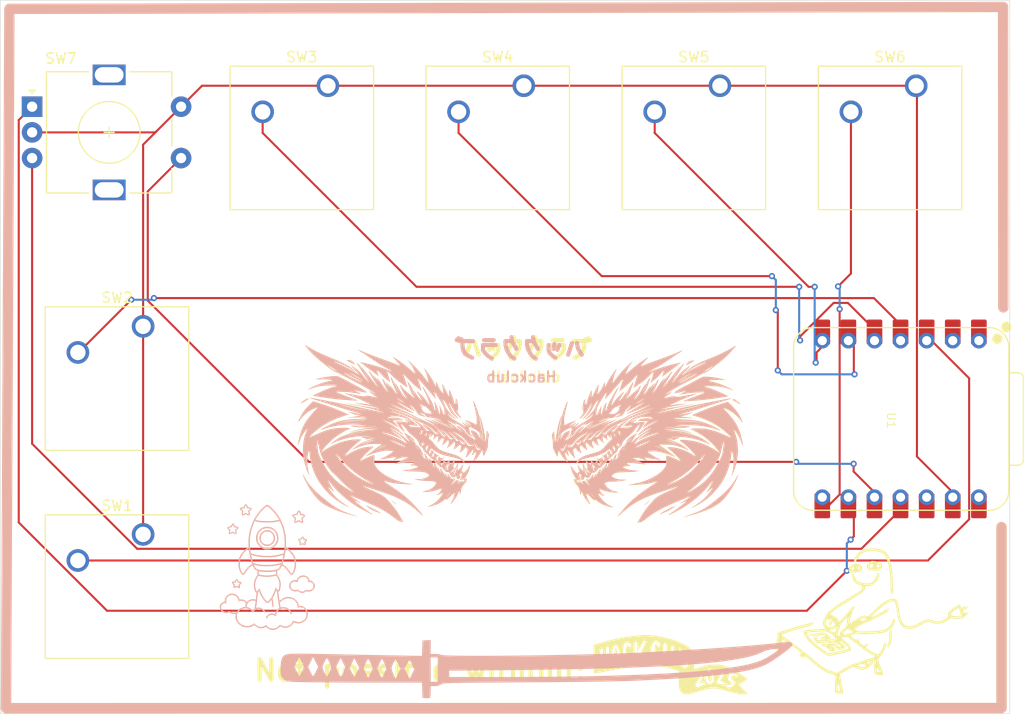
<source format=kicad_pcb>
(kicad_pcb (version 20241229) (generator "pcbnew") (generator_version "9.0")
  (layers (0 "F.Cu" signal) (2 "B.Cu" signal) (13 "F.Paste" user) (15 "B.Paste" user) (5 "F.SilkS" user "F.Silkscreen") (7 "B.SilkS" user "B.Silkscreen") (1 "F.Mask" user) (3 "B.Mask" user) (25 "Edge.Cuts" user))
  (net 0 "")
  (net 1 "Net-(U1-GPIO28{slash}ADC2{slash}A2)")
  (net 2 "GND")
  (net 3 "Net-(U1-GPIO29{slash}ADC3{slash}A3)")
  (net 4 "Net-(U1-GPIO6{slash}SDA)")
  (net 5 "Net-(U1-GPIO7{slash}SCL)")
  (net 6 "Net-(U1-GPIO0{slash}TX)")
  (net 7 "Net-(U1-GPIO1{slash}RX)")
  (net 8 "Net-(U1-GPIO2{slash}SCK)")
  (net 9 "Net-(U1-GPIO4{slash}MISO)")
  (net 10 "Net-(U1-GPIO3{slash}MOSI)")
  (footprint "LOGO" (layer "F.Cu") (at 144.86 88.89)
    (property "Reference" "G***" (hide yes))
    (property "Value" "LOGO" (hide yes))
  )
  (footprint "Button_Switch_Keyboard:SW_Cherry_MX_1.00u_PCB" (layer "F.Cu") (at 195.75 55.02)
    (property "Reference" "SW6" (at -2.54 -2.794 0) (layer "F.SilkS"))
    (property "Value" "SW_Push")
    (pad "" np_thru_hole circle (at -7.62 5.08) (size 1.7 1.7) (drill 1.7) (layers "*.Cu" "*.Mask"))
    (pad "" np_thru_hole circle (at -2.54 5.08) (size 4 4) (drill 4) (layers "*.Cu" "*.Mask"))
    (pad "" np_thru_hole circle (at 2.54 5.08) (size 1.7 1.7) (drill 1.7) (layers "*.Cu" "*.Mask"))
    (pad "1" thru_hole circle (at 0 0) (size 2.2 2.2) (drill 1.5) (layers "*.Cu" "*.Mask") (net 2 "GND"))
    (pad "2" thru_hole circle (at -6.35 2.54) (size 2.2 2.2) (drill 1.5) (layers "*.Cu" "*.Mask") (net 7 "Net-(U1-GPIO1{slash}RX)"))
  )
  (footprint "Button_Switch_Keyboard:SW_Cherry_MX_1.00u_PCB" (layer "F.Cu") (at 120.505 98.69)
    (property "Reference" "SW1" (at -2.54 -2.794 0) (layer "F.SilkS"))
    (property "Value" "SW_Push")
    (pad "" np_thru_hole circle (at -7.62 5.08) (size 1.7 1.7) (drill 1.7) (layers "*.Cu" "*.Mask"))
    (pad "" np_thru_hole circle (at -2.54 5.08) (size 4 4) (drill 4) (layers "*.Cu" "*.Mask"))
    (pad "" np_thru_hole circle (at 2.54 5.08) (size 1.7 1.7) (drill 1.7) (layers "*.Cu" "*.Mask"))
    (pad "1" thru_hole circle (at 0 0) (size 2.2 2.2) (drill 1.5) (layers "*.Cu" "*.Mask") (net 2 "GND"))
    (pad "2" thru_hole circle (at -6.35 2.54) (size 2.2 2.2) (drill 1.5) (layers "*.Cu" "*.Mask") (net 1 "Net-(U1-GPIO28{slash}ADC2{slash}A2)"))
  )
  (footprint "Rotary_Encoder:RotaryEncoder_Alps_EC11E-Switch_Vertical_H20mm" (layer "F.Cu") (at 109.7 57.06)
    (property "Reference" "SW7" (at 2.8 -4.7 0) (layer "F.SilkS"))
    (property "Value" "RotaryEncoder_Switch")
    (pad "A" thru_hole rect (at 0 0) (size 2 2) (drill 1) (layers "*.Cu" "*.Mask") (net 8 "Net-(U1-GPIO2{slash}SCK)"))
    (pad "B" thru_hole circle (at 0 5) (size 2 2) (drill 1) (layers "*.Cu" "*.Mask") (net 10 "Net-(U1-GPIO3{slash}MOSI)"))
    (pad "C" thru_hole circle (at 0 2.5) (size 2 2) (drill 1) (layers "*.Cu" "*.Mask") (net 2 "GND"))
    (pad "MP" thru_hole rect (at 7.5 -3.1) (size 3.2 2) (drill oval 2.8 1.5) (layers "*.Cu" "*.Mask"))
    (pad "MP" thru_hole rect (at 7.5 8.1) (size 3.2 2) (drill oval 2.8 1.5) (layers "*.Cu" "*.Mask"))
    (pad "S1" thru_hole circle (at 14.5 5) (size 2 2) (drill 1) (layers "*.Cu" "*.Mask") (net 9 "Net-(U1-GPIO4{slash}MISO)"))
    (pad "S2" thru_hole circle (at 14.5 0) (size 2 2) (drill 1) (layers "*.Cu" "*.Mask") (net 2 "GND"))
  )
  (footprint "LOGO" (layer "F.Cu") (at 191.168912 107.345692)
    (property "Reference" "G***" (hide yes))
    (property "Value" "LOGO" (hide yes))
  )
  (footprint "LOGO" (layer "F.Cu") (at 169.57 88.98)
    (property "Reference" "G***" (hide yes))
    (property "Value" "LOGO" (hide yes))
  )
  (footprint "Button_Switch_Keyboard:SW_Cherry_MX_1.00u_PCB" (layer "F.Cu") (at 138.49 55.02)
    (property "Reference" "SW3" (at -2.54 -2.794 0) (layer "F.SilkS"))
    (property "Value" "SW_Push")
    (pad "" np_thru_hole circle (at -7.62 5.08) (size 1.7 1.7) (drill 1.7) (layers "*.Cu" "*.Mask"))
    (pad "" np_thru_hole circle (at -2.54 5.08) (size 4 4) (drill 4) (layers "*.Cu" "*.Mask"))
    (pad "" np_thru_hole circle (at 2.54 5.08) (size 1.7 1.7) (drill 1.7) (layers "*.Cu" "*.Mask"))
    (pad "1" thru_hole circle (at 0 0) (size 2.2 2.2) (drill 1.5) (layers "*.Cu" "*.Mask") (net 2 "GND"))
    (pad "2" thru_hole circle (at -6.35 2.54) (size 2.2 2.2) (drill 1.5) (layers "*.Cu" "*.Mask") (net 4 "Net-(U1-GPIO6{slash}SDA)"))
  )
  (footprint "Button_Switch_Keyboard:SW_Cherry_MX_1.00u_PCB" (layer "F.Cu") (at 176.65 55.02)
    (property "Reference" "SW5" (at -2.54 -2.794 0) (layer "F.SilkS"))
    (property "Value" "SW_Push")
    (pad "" np_thru_hole circle (at -7.62 5.08) (size 1.7 1.7) (drill 1.7) (layers "*.Cu" "*.Mask"))
    (pad "" np_thru_hole circle (at -2.54 5.08) (size 4 4) (drill 4) (layers "*.Cu" "*.Mask"))
    (pad "" np_thru_hole circle (at 2.54 5.08) (size 1.7 1.7) (drill 1.7) (layers "*.Cu" "*.Mask"))
    (pad "1" thru_hole circle (at 0 0) (size 2.2 2.2) (drill 1.5) (layers "*.Cu" "*.Mask") (net 2 "GND"))
    (pad "2" thru_hole circle (at -6.35 2.54) (size 2.2 2.2) (drill 1.5) (layers "*.Cu" "*.Mask") (net 6 "Net-(U1-GPIO0{slash}TX)"))
  )
  (footprint "LOGO" (layer "F.Cu") (at 171.82 111.39)
    (property "Reference" "G***" (hide yes))
    (property "Value" "LOGO" (hide yes))
  )
  (footprint "Button_Switch_Keyboard:SW_Cherry_MX_1.00u_PCB" (layer "F.Cu") (at 120.505 78.44)
    (property "Reference" "SW2" (at -2.54 -2.794 0) (layer "F.SilkS"))
    (property "Value" "SW_Push")
    (pad "" np_thru_hole circle (at -7.62 5.08) (size 1.7 1.7) (drill 1.7) (layers "*.Cu" "*.Mask"))
    (pad "" np_thru_hole circle (at -2.54 5.08) (size 4 4) (drill 4) (layers "*.Cu" "*.Mask"))
    (pad "" np_thru_hole circle (at 2.54 5.08) (size 1.7 1.7) (drill 1.7) (layers "*.Cu" "*.Mask"))
    (pad "1" thru_hole circle (at 0 0) (size 2.2 2.2) (drill 1.5) (layers "*.Cu" "*.Mask") (net 2 "GND"))
    (pad "2" thru_hole circle (at -6.35 2.54) (size 2.2 2.2) (drill 1.5) (layers "*.Cu" "*.Mask") (net 3 "Net-(U1-GPIO29{slash}ADC3{slash}A3)"))
  )
  (footprint "Button_Switch_Keyboard:SW_Cherry_MX_1.00u_PCB" (layer "F.Cu") (at 157.56 55.02)
    (property "Reference" "SW4" (at -2.54 -2.794 0) (layer "F.SilkS"))
    (property "Value" "SW_Push")
    (pad "" np_thru_hole circle (at -7.62 5.08) (size 1.7 1.7) (drill 1.7) (layers "*.Cu" "*.Mask"))
    (pad "" np_thru_hole circle (at -2.54 5.08) (size 4 4) (drill 4) (layers "*.Cu" "*.Mask"))
    (pad "" np_thru_hole circle (at 2.54 5.08) (size 1.7 1.7) (drill 1.7) (layers "*.Cu" "*.Mask"))
    (pad "1" thru_hole circle (at 0 0) (size 2.2 2.2) (drill 1.5) (layers "*.Cu" "*.Mask") (net 2 "GND"))
    (pad "2" thru_hole circle (at -6.35 2.54) (size 2.2 2.2) (drill 1.5) (layers "*.Cu" "*.Mask") (net 5 "Net-(U1-GPIO7{slash}SCL)"))
  )
  (footprint "Seeed Studio XIAO Series Library:XIAO-RP2040-DIP" (layer "F.Cu") (at 194.2315 87.45 -90)
    (property "Reference" "U1" (at 0.15 0.9115 270) (layer "F.SilkS") (effects (font (size 0.8 0.8) (thickness 0.1016))))
    (property "Value" "XIAO-RP2040-DIP")
    (pad "1" smd roundrect (at -8.455 -7.62 90) (size 2.432 1.524) (layers "F.Cu" "F.Mask") (roundrect_rratio 0.1))
    (pad "1" thru_hole circle (at -7.62 -7.62 90) (size 1.524 1.524) (drill 0.889) (layers "*.Cu" "*.Mask"))
    (pad "2" smd roundrect (at -8.455 -5.08 90) (size 2.432 1.524) (layers "F.Cu" "F.Mask") (roundrect_rratio 0.1))
    (pad "2" thru_hole circle (at -7.62 -5.08 90) (size 1.524 1.524) (drill 0.889) (layers "*.Cu" "*.Mask"))
    (pad "3" smd roundrect (at -8.455 -2.54 90) (size 2.432 1.524) (layers "F.Cu" "F.Mask") (roundrect_rratio 0.1) (net 1 "Net-(U1-GPIO28{slash}ADC2{slash}A2)"))
    (pad "3" thru_hole circle (at -7.62 -2.54 90) (size 1.524 1.524) (drill 0.889) (layers "*.Cu" "*.Mask") (net 1 "Net-(U1-GPIO28{slash}ADC2{slash}A2)"))
    (pad "4" smd roundrect (at -8.455 0 90) (size 2.432 1.524) (layers "F.Cu" "F.Mask") (roundrect_rratio 0.1) (net 3 "Net-(U1-GPIO29{slash}ADC3{slash}A3)"))
    (pad "4" thru_hole circle (at -7.62 0 90) (size 1.524 1.524) (drill 0.889) (layers "*.Cu" "*.Mask") (net 3 "Net-(U1-GPIO29{slash}ADC3{slash}A3)"))
    (pad "5" smd roundrect (at -8.455 2.54 90) (size 2.432 1.524) (layers "F.Cu" "F.Mask") (roundrect_rratio 0.1) (net 4 "Net-(U1-GPIO6{slash}SDA)"))
    (pad "5" thru_hole circle (at -7.62 2.54 90) (size 1.524 1.524) (drill 0.889) (layers "*.Cu" "*.Mask") (net 4 "Net-(U1-GPIO6{slash}SDA)"))
    (pad "6" smd roundrect (at -8.455 5.08 90) (size 2.432 1.524) (layers "F.Cu" "F.Mask") (roundrect_rratio 0.1) (net 5 "Net-(U1-GPIO7{slash}SCL)"))
    (pad "6" thru_hole circle (at -7.62 5.08 90) (size 1.524 1.524) (drill 0.889) (layers "*.Cu" "*.Mask") (net 5 "Net-(U1-GPIO7{slash}SCL)"))
    (pad "7" smd roundrect (at -8.455 7.62 90) (size 2.432 1.524) (layers "F.Cu" "F.Mask") (roundrect_rratio 0.1) (net 6 "Net-(U1-GPIO0{slash}TX)"))
    (pad "7" thru_hole circle (at -7.62 7.62 90) (size 1.524 1.524) (drill 0.889) (layers "*.Cu" "*.Mask") (net 6 "Net-(U1-GPIO0{slash}TX)"))
    (pad "8" thru_hole circle (at 7.62 7.62 270) (size 1.524 1.524) (drill 0.889) (layers "*.Cu" "*.Mask") (net 7 "Net-(U1-GPIO1{slash}RX)"))
    (pad "8" smd roundrect (at 8.455 7.62 270) (size 2.432 1.524) (layers "F.Cu" "F.Mask") (roundrect_rratio 0.1) (net 7 "Net-(U1-GPIO1{slash}RX)"))
    (pad "9" thru_hole circle (at 7.62 5.08 270) (size 1.524 1.524) (drill 0.889) (layers "*.Cu" "*.Mask") (net 8 "Net-(U1-GPIO2{slash}SCK)"))
    (pad "9" smd roundrect (at 8.455 5.08 270) (size 2.432 1.524) (layers "F.Cu" "F.Mask") (roundrect_rratio 0.1) (net 8 "Net-(U1-GPIO2{slash}SCK)"))
    (pad "10" thru_hole circle (at 7.62 2.54 270) (size 1.524 1.524) (drill 0.889) (layers "*.Cu" "*.Mask") (net 9 "Net-(U1-GPIO4{slash}MISO)"))
    (pad "10" smd roundrect (at 8.455 2.54 270) (size 2.432 1.524) (layers "F.Cu" "F.Mask") (roundrect_rratio 0.1) (net 9 "Net-(U1-GPIO4{slash}MISO)"))
    (pad "11" thru_hole circle (at 7.62 0 270) (size 1.524 1.524) (drill 0.889) (layers "*.Cu" "*.Mask") (net 10 "Net-(U1-GPIO3{slash}MOSI)"))
    (pad "11" smd roundrect (at 8.455 0 270) (size 2.432 1.524) (layers "F.Cu" "F.Mask") (roundrect_rratio 0.1) (net 10 "Net-(U1-GPIO3{slash}MOSI)"))
    (pad "12" thru_hole circle (at 7.62 -2.54 270) (size 1.524 1.524) (drill 0.889) (layers "*.Cu" "*.Mask"))
    (pad "12" smd roundrect (at 8.455 -2.54 270) (size 2.432 1.524) (layers "F.Cu" "F.Mask") (roundrect_rratio 0.1))
    (pad "13" thru_hole circle (at 7.62 -5.08 270) (size 1.524 1.524) (drill 0.889) (layers "*.Cu" "*.Mask") (net 2 "GND"))
    (pad "13" smd roundrect (at 8.455 -5.08 270) (size 2.432 1.524) (layers "F.Cu" "F.Mask") (roundrect_rratio 0.1) (net 2 "GND"))
    (pad "14" thru_hole circle (at 7.62 -7.62 270) (size 1.524 1.524) (drill 0.889) (layers "*.Cu" "*.Mask"))
    (pad "14" smd roundrect (at 8.455 -7.62 270) (size 2.432 1.524) (layers "F.Cu" "F.Mask") (roundrect_rratio 0.1))
  )
  (footprint "LOGO" (layer "B.Cu") (at 169.6 88.95 180)
    (property "Reference" "G***" (hide yes))
    (property "Value" "LOGO" (hide yes))
  )
  (footprint "LOGO" (layer "B.Cu") (at 132.59 101.64 180)
    (property "Reference" "G***" (hide yes))
    (property "Value" "LOGO" (hide yes))
  )
  (footprint "LOGO" (layer "B.Cu") (at 159.5 108.04 180)
    (property "Reference" "G***" (hide yes))
    (property "Value" "LOGO" (hide yes))
  )
  (footprint "LOGO" (layer "B.Cu") (at 144.86918 88.899903 180)
    (property "Reference" "G***" (hide yes))
    (property "Value" "LOGO" (hide yes))
  )
  (gr_line (start 204.055 97.97) (end 204.055 115.59) (stroke (width 1)) (layer "F.SilkS"))
  (gr_line (start 107.16 115.6) (end 107.49 47.54) (stroke (width 1)) (layer "F.SilkS"))
  (gr_line (start 107.16 115.6) (end 204.055 115.59) (stroke (width 1)) (layer "F.SilkS"))
  (gr_line (start 204.055 97.97) (end 204.055 115.59) (stroke (width 1)) (layer "F.SilkS"))
  (gr_line (start 107.49 47.54) (end 204.205 47.35) (stroke (width 1)) (layer "F.SilkS"))
  (gr_line (start 204.23 76.6) (end 204.205 47.35) (stroke (width 1)) (layer "F.SilkS"))
  (gr_line (start 107.16 115.6) (end 204.055 115.59) (stroke (width 1)) (layer "B.SilkS"))
  (gr_line (start 107.16 115.6) (end 107.49 47.54) (stroke (width 1)) (layer "B.SilkS"))
  (gr_line (start 107.49 47.54) (end 204.205 47.35) (stroke (width 1)) (layer "B.SilkS"))
  (gr_line (start 204.055 97.97) (end 204.055 115.59) (stroke (width 1)) (layer "B.SilkS"))
  (gr_line (start 204.23 76.6) (end 204.205 47.35) (stroke (width 1)) (layer "B.SilkS"))
  (gr_rect (start 106.6 46.7) (end 204.85 116.15) (stroke (width 0.05)) (fill no) (layer "Edge.Cuts"))
  (gr_text "Not possible without:" (at 131.1 113.101056 0) (layer "F.SilkS") (effects (font (size 2 2) (thickness 0.4) (bold yes)) (justify left bottom)))
  (gr_text "Hackclub" (at 154.17 83.95 0) (layer "F.SilkS") (effects (font (size 1 1) (thickness 0.2) (bold yes)) (justify left bottom)))
  (gr_text "ハッククラブ" (at 151.19 81.95 0) (layer "F.SilkS") (effects (font (size 2 2) (thickness 0.4) (bold yes)) (justify left bottom)))
  (gr_text "ハッククラブ" (at 163.85 81.95 -0) (layer "B.SilkS") (effects (font (size 2 2) (thickness 0.4) (bold yes)) (justify left bottom mirror)))
  (gr_text "Hackclub" (at 160.86 83.95 -0) (layer "B.SilkS") (effects (font (size 1 1) (thickness 0.2) (bold yes)) (justify left bottom mirror)))
  (segment (start 196.895126 101.23) (end 200.9045 97.220626) (width 0.2) (layer "F.Cu") (net 1))
  (segment (start 200.9045 97.220626) (end 200.9045 83.493) (width 0.2) (layer "F.Cu") (net 1))
  (segment (start 114.155 101.23) (end 196.895126 101.23) (width 0.2) (layer "F.Cu") (net 1))
  (segment (start 200.9045 83.493) (end 197.3015 79.89) (width 0.2) (layer "F.Cu") (net 1))
  (segment (start 124.2 57.06) (end 121.805 59.455) (width 0.2) (layer "F.Cu") (net 2))
  (segment (start 195.75 55.02) (end 195.8245 55.0945) (width 0.2) (layer "F.Cu") (net 2))
  (segment (start 195.8245 91.113) (end 199.8415 95.13) (width 0.2) (layer "F.Cu") (net 2))
  (segment (start 126.24 55.02) (end 124.2 57.06) (width 0.2) (layer "F.Cu") (net 2))
  (segment (start 121.805 59.455) (end 121.7 59.56) (width 0.2) (layer "F.Cu") (net 2))
  (segment (start 120.505 60.755) (end 121.805 59.455) (width 0.2) (layer "F.Cu") (net 2))
  (segment (start 120.505 98.69) (end 120.505 78.44) (width 0.2) (layer "F.Cu") (net 2))
  (segment (start 138.49 55.02) (end 126.24 55.02) (width 0.2) (layer "F.Cu") (net 2))
  (segment (start 195.8245 55.0945) (end 195.8245 91.113) (width 0.2) (layer "F.Cu") (net 2))
  (segment (start 121.7 59.56) (end 109.7 59.56) (width 0.2) (layer "F.Cu") (net 2))
  (segment (start 195.75 55.02) (end 138.49 55.02) (width 0.2) (layer "F.Cu") (net 2))
  (segment (start 120.505 78.44) (end 120.505 60.755) (width 0.2) (layer "F.Cu") (net 2))
  (segment (start 114.155 80.98) (end 114.22 80.98) (width 0.2) (layer "F.Cu") (net 3))
  (segment (start 194.7615 78.81237) (end 194.7615 79.89) (width 0.2) (layer "F.Cu") (net 3))
  (segment (start 114.22 80.98) (end 119.35 75.85) (width 0.2) (layer "F.Cu") (net 3))
  (segment (start 191.63913 75.69) (end 194.7615 78.81237) (width 0.2) (layer "F.Cu") (net 3))
  (segment (start 121.56 75.69) (end 191.63913 75.69) (width 0.2) (layer "F.Cu") (net 3))
  (via (at 119.35 75.85) (size 0.6) (drill 0.3) (layers "F.Cu" "B.Cu") (net 3))
  (via (at 121.56 75.69) (size 0.6) (drill 0.3) (layers "F.Cu" "B.Cu") (net 3))
  (segment (start 121.4 75.85) (end 121.56 75.69) (width 0.2) (layer "B.Cu") (net 3))
  (segment (start 119.35 75.85) (end 121.4 75.85) (width 0.2) (layer "B.Cu") (net 3))
  (segment (start 132.14 57.56) (end 132.14 59.614816) (width 0.2) (layer "F.Cu") (net 4))
  (segment (start 187.718874 76.159) (end 189.104126 76.159) (width 0.2) (layer "F.Cu") (net 4))
  (segment (start 184.45 79.8) (end 184.45 79.427874) (width 0.2) (layer "F.Cu") (net 4))
  (segment (start 184.45 79.427874) (end 187.718874 76.159) (width 0.2) (layer "F.Cu") (net 4))
  (segment (start 192.2215 79.276374) (end 192.2215 79.89) (width 0.2) (layer "F.Cu") (net 4))
  (segment (start 147.115184 74.59) (end 184.36 74.59) (width 0.2) (layer "F.Cu") (net 4))
  (segment (start 189.104126 76.159) (end 192.2215 79.276374) (width 0.2) (layer "F.Cu") (net 4))
  (segment (start 132.14 59.614816) (end 147.115184 74.59) (width 0.2) (layer "F.Cu") (net 4))
  (via (at 184.36 74.59) (size 0.6) (drill 0.3) (layers "F.Cu" "B.Cu") (net 4))
  (via (at 184.45 79.8) (size 0.6) (drill 0.3) (layers "F.Cu" "B.Cu") (net 4))
  (segment (start 184.36 79.71) (end 184.45 79.8) (width 0.2) (layer "B.Cu") (net 4))
  (segment (start 184.36 74.59) (end 184.36 79.71) (width 0.2) (layer "B.Cu") (net 4))
  (segment (start 181.71 73.55) (end 165.145184 73.55) (width 0.2) (layer "F.Cu") (net 5))
  (segment (start 189.6815 79.89) (end 189.6815 83.0415) (width 0.2) (layer "F.Cu") (net 5))
  (segment (start 189.6815 83.0415) (end 189.75 83.11) (width 0.2) (layer "F.Cu") (net 5))
  (segment (start 151.21 59.614816) (end 151.21 57.56) (width 0.2) (layer "F.Cu") (net 5))
  (segment (start 182.28 77.05) (end 182.09 76.86) (width 0.2) (layer "F.Cu") (net 5))
  (segment (start 165.145184 73.55) (end 151.21 59.614816) (width 0.2) (layer "F.Cu") (net 5))
  (segment (start 182.28 82.73) (end 182.28 77.05) (width 0.2) (layer "F.Cu") (net 5))
  (via (at 182.28 82.73) (size 0.6) (drill 0.3) (layers "F.Cu" "B.Cu") (net 5))
  (via (at 182.09 76.86) (size 0.6) (drill 0.3) (layers "F.Cu" "B.Cu") (net 5))
  (via (at 189.75 83.11) (size 0.6) (drill 0.3) (layers "F.Cu" "B.Cu") (net 5))
  (via (at 181.71 73.55) (size 0.6) (drill 0.3) (layers "F.Cu" "B.Cu") (net 5))
  (segment (start 182.09 73.93) (end 181.71 73.55) (width 0.2) (layer "B.Cu") (net 5))
  (segment (start 189.75 83.11) (end 182.66 83.11) (width 0.2) (layer "B.Cu") (net 5))
  (segment (start 182.66 83.11) (end 182.28 82.73) (width 0.2) (layer "B.Cu") (net 5))
  (segment (start 182.09 76.86) (end 182.09 73.93) (width 0.2) (layer "B.Cu") (net 5))
  (segment (start 186.06 80.9715) (end 187.1415 79.89) (width 0.2) (layer "F.Cu") (net 6))
  (segment (start 170.3 57.56) (end 170.3 59.614816) (width 0.2) (layer "F.Cu") (net 6))
  (segment (start 185.275184 74.59) (end 185.87 74.59) (width 0.2) (layer "F.Cu") (net 6))
  (segment (start 186.06 81.88) (end 186.06 80.9715) (width 0.2) (layer "F.Cu") (net 6))
  (segment (start 170.3 59.614816) (end 185.275184 74.59) (width 0.2) (layer "F.Cu") (net 6))
  (segment (start 185.97 81.97) (end 186.06 81.88) (width 0.2) (layer "F.Cu") (net 6))
  (via (at 185.97 81.97) (size 0.6) (drill 0.3) (layers "F.Cu" "B.Cu") (net 6))
  (via (at 185.87 74.59) (size 0.6) (drill 0.3) (layers "F.Cu" "B.Cu") (net 6))
  (segment (start 185.87 81.87) (end 185.97 81.97) (width 0.2) (layer "B.Cu") (net 6))
  (segment (start 185.87 74.59) (end 185.87 81.87) (width 0.2) (layer "B.Cu") (net 6))
  (segment (start 187.1415 95.965) (end 188.3 94.8065) (width 0.2) (layer "F.Cu") (net 7))
  (segment (start 189.4 73.3) (end 189.4 57.56) (width 0.2) (layer "F.Cu") (net 7))
  (segment (start 188.15 74.55) (end 189.4 73.3) (width 0.2) (layer "F.Cu") (net 7))
  (segment (start 188.3 94.8065) (end 188.3 76.76) (width 0.2) (layer "F.Cu") (net 7))
  (via (at 188.3 76.76) (size 0.6) (drill 0.3) (layers "F.Cu" "B.Cu") (net 7))
  (via (at 188.15 74.55) (size 0.6) (drill 0.3) (layers "F.Cu" "B.Cu") (net 7))
  (segment (start 188.3 74.7) (end 188.15 74.55) (width 0.2) (layer "B.Cu") (net 7))
  (segment (start 188.3 76.76) (end 188.3 74.7) (width 0.2) (layer "B.Cu") (net 7))
  (segment (start 185.109 106.121) (end 189 102.23) (width 0.2) (layer "F.Cu") (net 8))
  (segment (start 116.991184 106.121) (end 185.109 106.121) (width 0.2) (layer "F.Cu") (net 8))
  (segment (start 189.37 99.2) (end 189.6815 98.8885) (width 0.2) (layer "F.Cu") (net 8))
  (segment (start 189.6815 98.8885) (end 189.6815 95.965) (width 0.2) (layer "F.Cu") (net 8))
  (segment (start 108.399 97.528816) (end 116.991184 106.121) (width 0.2) (layer "F.Cu") (net 8))
  (segment (start 108.399 58.361) (end 108.399 97.528816) (width 0.2) (layer "F.Cu") (net 8))
  (segment (start 109.7 57.06) (end 108.399 58.361) (width 0.2) (layer "F.Cu") (net 8))
  (via (at 189.37 99.2) (size 0.6) (drill 0.3) (layers "F.Cu" "B.Cu") (net 8))
  (via (at 189 102.23) (size 0.6) (drill 0.3) (layers "F.Cu" "B.Cu") (net 8))
  (segment (start 189 102.23) (end 189 99.57) (width 0.2) (layer "B.Cu") (net 8))
  (segment (start 189 99.57) (end 189.37 99.2) (width 0.2) (layer "B.Cu") (net 8))
  (segment (start 120.959 65.301) (end 124.2 62.06) (width 0.2) (layer "F.Cu") (net 9))
  (segment (start 136.650057 91.63) (end 120.959 75.938943) (width 0.2) (layer "F.Cu") (net 9))
  (segment (start 189.66 92.5685) (end 189.66 91.82) (width 0.2) (layer "F.Cu") (net 9))
  (segment (start 120.959 75.938943) (end 120.959 65.301) (width 0.2) (layer "F.Cu") (net 9))
  (segment (start 184.07 91.63) (end 136.650057 91.63) (width 0.2) (layer "F.Cu") (net 9))
  (segment (start 192.2215 95.13) (end 189.66 92.5685) (width 0.2) (layer "F.Cu") (net 9))
  (via (at 189.66 91.82) (size 0.6) (drill 0.3) (layers "F.Cu" "B.Cu") (net 9))
  (via (at 184.07 91.63) (size 0.6) (drill 0.3) (layers "F.Cu" "B.Cu") (net 9))
  (segment (start 189.66 91.82) (end 184.26 91.82) (width 0.2) (layer "B.Cu") (net 9))
  (segment (start 184.26 91.82) (end 184.07 91.63) (width 0.2) (layer "B.Cu") (net 9))
  (segment (start 190.414126 100.091) (end 119.924686 100.091) (width 0.2) (layer "F.Cu") (net 10))
  (segment (start 194.7615 95.13) (end 194.7615 95.743626) (width 0.2) (layer "F.Cu") (net 10))
  (segment (start 109.7 89.866314) (end 109.7 62.06) (width 0.2) (layer "F.Cu") (net 10))
  (segment (start 119.924686 100.091) (end 109.7 89.866314) (width 0.2) (layer "F.Cu") (net 10))
  (segment (start 194.7615 95.743626) (end 190.414126 100.091) (width 0.2) (layer "F.Cu") (net 10))
)
</source>
